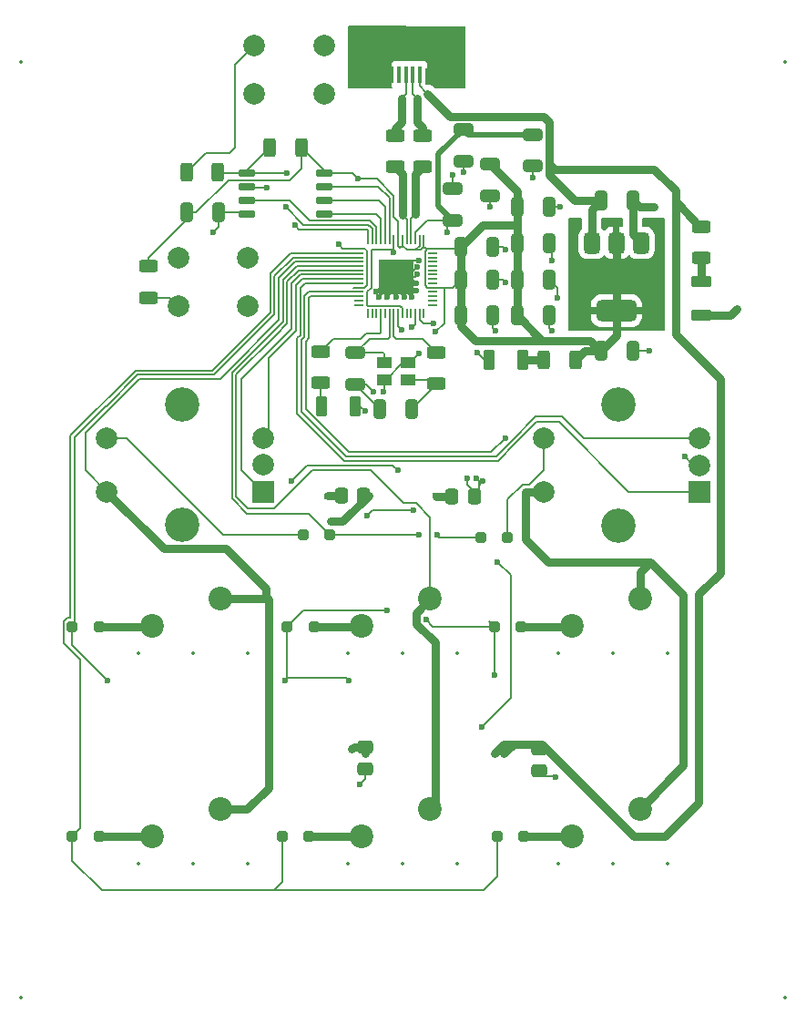
<source format=gbr>
%TF.GenerationSoftware,KiCad,Pcbnew,8.0.5*%
%TF.CreationDate,2025-01-30T00:55:53+01:00*%
%TF.ProjectId,rp2040_pad,72703230-3430-45f7-9061-642e6b696361,rev?*%
%TF.SameCoordinates,Original*%
%TF.FileFunction,Copper,L1,Top*%
%TF.FilePolarity,Positive*%
%FSLAX46Y46*%
G04 Gerber Fmt 4.6, Leading zero omitted, Abs format (unit mm)*
G04 Created by KiCad (PCBNEW 8.0.5) date 2025-01-30 00:55:53*
%MOMM*%
%LPD*%
G01*
G04 APERTURE LIST*
G04 Aperture macros list*
%AMRoundRect*
0 Rectangle with rounded corners*
0 $1 Rounding radius*
0 $2 $3 $4 $5 $6 $7 $8 $9 X,Y pos of 4 corners*
0 Add a 4 corners polygon primitive as box body*
4,1,4,$2,$3,$4,$5,$6,$7,$8,$9,$2,$3,0*
0 Add four circle primitives for the rounded corners*
1,1,$1+$1,$2,$3*
1,1,$1+$1,$4,$5*
1,1,$1+$1,$6,$7*
1,1,$1+$1,$8,$9*
0 Add four rect primitives between the rounded corners*
20,1,$1+$1,$2,$3,$4,$5,0*
20,1,$1+$1,$4,$5,$6,$7,0*
20,1,$1+$1,$6,$7,$8,$9,0*
20,1,$1+$1,$8,$9,$2,$3,0*%
G04 Aperture macros list end*
%TA.AperFunction,SMDPad,CuDef*%
%ADD10RoundRect,0.250000X0.337500X0.475000X-0.337500X0.475000X-0.337500X-0.475000X0.337500X-0.475000X0*%
%TD*%
%TA.AperFunction,SMDPad,CuDef*%
%ADD11RoundRect,0.250000X-0.475000X0.337500X-0.475000X-0.337500X0.475000X-0.337500X0.475000X0.337500X0*%
%TD*%
%TA.AperFunction,ComponentPad*%
%ADD12C,2.200000*%
%TD*%
%TA.AperFunction,ComponentPad*%
%ADD13C,2.000000*%
%TD*%
%TA.AperFunction,SMDPad,CuDef*%
%ADD14RoundRect,0.250000X0.312500X0.625000X-0.312500X0.625000X-0.312500X-0.625000X0.312500X-0.625000X0*%
%TD*%
%TA.AperFunction,SMDPad,CuDef*%
%ADD15RoundRect,0.150000X-0.650000X-0.150000X0.650000X-0.150000X0.650000X0.150000X-0.650000X0.150000X0*%
%TD*%
%TA.AperFunction,SMDPad,CuDef*%
%ADD16RoundRect,0.250000X-0.650000X0.325000X-0.650000X-0.325000X0.650000X-0.325000X0.650000X0.325000X0*%
%TD*%
%TA.AperFunction,SMDPad,CuDef*%
%ADD17RoundRect,0.250000X-0.250000X-0.250000X0.250000X-0.250000X0.250000X0.250000X-0.250000X0.250000X0*%
%TD*%
%TA.AperFunction,SMDPad,CuDef*%
%ADD18RoundRect,0.250000X0.650000X-0.325000X0.650000X0.325000X-0.650000X0.325000X-0.650000X-0.325000X0*%
%TD*%
%TA.AperFunction,SMDPad,CuDef*%
%ADD19R,1.825000X0.700000*%
%TD*%
%TA.AperFunction,SMDPad,CuDef*%
%ADD20R,2.000000X1.500000*%
%TD*%
%TA.AperFunction,SMDPad,CuDef*%
%ADD21R,1.350000X2.000000*%
%TD*%
%TA.AperFunction,ComponentPad*%
%ADD22O,1.350000X1.700000*%
%TD*%
%TA.AperFunction,ComponentPad*%
%ADD23O,1.100000X1.500000*%
%TD*%
%TA.AperFunction,SMDPad,CuDef*%
%ADD24R,1.430000X2.500000*%
%TD*%
%TA.AperFunction,SMDPad,CuDef*%
%ADD25R,0.400000X1.650000*%
%TD*%
%TA.AperFunction,SMDPad,CuDef*%
%ADD26RoundRect,0.250000X-0.275000X-0.700000X0.275000X-0.700000X0.275000X0.700000X-0.275000X0.700000X0*%
%TD*%
%TA.AperFunction,SMDPad,CuDef*%
%ADD27RoundRect,0.250000X0.625000X-0.312500X0.625000X0.312500X-0.625000X0.312500X-0.625000X-0.312500X0*%
%TD*%
%TA.AperFunction,SMDPad,CuDef*%
%ADD28RoundRect,0.250000X-0.325000X-0.650000X0.325000X-0.650000X0.325000X0.650000X-0.325000X0.650000X0*%
%TD*%
%TA.AperFunction,SMDPad,CuDef*%
%ADD29RoundRect,0.250000X-0.625000X0.312500X-0.625000X-0.312500X0.625000X-0.312500X0.625000X0.312500X0*%
%TD*%
%TA.AperFunction,SMDPad,CuDef*%
%ADD30R,1.400000X1.100000*%
%TD*%
%TA.AperFunction,SMDPad,CuDef*%
%ADD31RoundRect,0.250000X-0.312500X-0.625000X0.312500X-0.625000X0.312500X0.625000X-0.312500X0.625000X0*%
%TD*%
%TA.AperFunction,ComponentPad*%
%ADD32R,2.000000X2.000000*%
%TD*%
%TA.AperFunction,ComponentPad*%
%ADD33C,3.200000*%
%TD*%
%TA.AperFunction,HeatsinkPad*%
%ADD34R,3.200000X3.200000*%
%TD*%
%TA.AperFunction,SMDPad,CuDef*%
%ADD35RoundRect,0.050000X-0.050000X-0.387500X0.050000X-0.387500X0.050000X0.387500X-0.050000X0.387500X0*%
%TD*%
%TA.AperFunction,SMDPad,CuDef*%
%ADD36RoundRect,0.050000X-0.387500X-0.050000X0.387500X-0.050000X0.387500X0.050000X-0.387500X0.050000X0*%
%TD*%
%TA.AperFunction,SMDPad,CuDef*%
%ADD37RoundRect,0.375000X-0.375000X0.625000X-0.375000X-0.625000X0.375000X-0.625000X0.375000X0.625000X0*%
%TD*%
%TA.AperFunction,SMDPad,CuDef*%
%ADD38RoundRect,0.500000X-1.400000X0.500000X-1.400000X-0.500000X1.400000X-0.500000X1.400000X0.500000X0*%
%TD*%
%TA.AperFunction,SMDPad,CuDef*%
%ADD39RoundRect,0.250000X0.275000X0.700000X-0.275000X0.700000X-0.275000X-0.700000X0.275000X-0.700000X0*%
%TD*%
%TA.AperFunction,SMDPad,CuDef*%
%ADD40RoundRect,0.250000X0.700000X-0.275000X0.700000X0.275000X-0.700000X0.275000X-0.700000X-0.275000X0*%
%TD*%
%TA.AperFunction,SMDPad,CuDef*%
%ADD41RoundRect,0.250000X0.250000X0.250000X-0.250000X0.250000X-0.250000X-0.250000X0.250000X-0.250000X0*%
%TD*%
%TA.AperFunction,ViaPad*%
%ADD42C,0.600000*%
%TD*%
%TA.AperFunction,Conductor*%
%ADD43C,0.200000*%
%TD*%
%TA.AperFunction,Conductor*%
%ADD44C,0.800000*%
%TD*%
%TA.AperFunction,Conductor*%
%ADD45C,0.500000*%
%TD*%
%ADD46C,0.300000*%
%ADD47C,0.350000*%
%ADD48O,0.700000X1.200000*%
%ADD49O,0.650000X1.050000*%
G04 APERTURE END LIST*
D10*
%TO.P,C20,1*%
%TO.N,VBUS*%
X121362500Y-102800000D03*
%TO.P,C20,2*%
%TO.N,GND*%
X119287500Y-102800000D03*
%TD*%
D11*
%TO.P,C19,1*%
%TO.N,VBUS*%
X137700000Y-126362500D03*
%TO.P,C19,2*%
%TO.N,GND*%
X137700000Y-128437500D03*
%TD*%
%TO.P,C18,1*%
%TO.N,VBUS*%
X121500000Y-126162500D03*
%TO.P,C18,2*%
%TO.N,GND*%
X121500000Y-128237500D03*
%TD*%
D10*
%TO.P,C17,1*%
%TO.N,VBUS*%
X131612500Y-102900000D03*
%TO.P,C17,2*%
%TO.N,GND*%
X129537500Y-102900000D03*
%TD*%
D12*
%TO.P,SW9,1,1*%
%TO.N,COL_C*%
X147040000Y-131920000D03*
%TO.P,SW9,2,2*%
%TO.N,Net-(D8-A)*%
X140690000Y-134460000D03*
%TD*%
%TO.P,SW8,1,1*%
%TO.N,COL_B*%
X127540000Y-131920000D03*
%TO.P,SW8,2,2*%
%TO.N,Net-(D7-A)*%
X121190000Y-134460000D03*
%TD*%
%TO.P,SW7,1,1*%
%TO.N,COL_A*%
X108040000Y-131920000D03*
%TO.P,SW7,2,2*%
%TO.N,Net-(D6-A)*%
X101690000Y-134460000D03*
%TD*%
%TO.P,SW4,1,1*%
%TO.N,COL_A*%
X108040000Y-112420000D03*
%TO.P,SW4,2,2*%
%TO.N,Net-(D1-A)*%
X101690000Y-114960000D03*
%TD*%
%TO.P,SW5,1,1*%
%TO.N,COL_B*%
X127540000Y-112420000D03*
%TO.P,SW5,2,2*%
%TO.N,Net-(D2-A)*%
X121190000Y-114960000D03*
%TD*%
%TO.P,SW6,1,1*%
%TO.N,COL_C*%
X147040000Y-112420000D03*
%TO.P,SW6,2,2*%
%TO.N,Net-(D3-A)*%
X140690000Y-114960000D03*
%TD*%
D13*
%TO.P,RESET,2,2*%
%TO.N,Net-(U1-RUN)*%
X110600000Y-85250000D03*
X104100000Y-85250000D03*
%TO.P,RESET,1,1*%
%TO.N,GND*%
X110600000Y-80750000D03*
X104100000Y-80750000D03*
%TD*%
D14*
%TO.P,R8,2*%
%TO.N,Net-(D14-A)*%
X138100000Y-90250000D03*
%TO.P,R8,1*%
%TO.N,+3V3*%
X141025000Y-90250000D03*
%TD*%
D15*
%TO.P,U4,8,VCC*%
%TO.N,+3V3*%
X117700000Y-72845000D03*
%TO.P,U4,7,IO3*%
%TO.N,QSPI_SD3*%
X117700000Y-74115000D03*
%TO.P,U4,6,CLK*%
%TO.N,QSPI_SCLK*%
X117700000Y-75385000D03*
%TO.P,U4,5,DI(IO0)*%
%TO.N,QSPI_SD0*%
X117700000Y-76655000D03*
%TO.P,U4,4,GND*%
%TO.N,GND*%
X110500000Y-76655000D03*
%TO.P,U4,3,IO2*%
%TO.N,QSPI_SD2*%
X110500000Y-75385000D03*
%TO.P,U4,2,DO(IO1)*%
%TO.N,QSPI_SD1*%
X110500000Y-74115000D03*
%TO.P,U4,1,~{CS}*%
%TO.N,QSPI_SS*%
X110500000Y-72845000D03*
%TD*%
D16*
%TO.P,C7,2*%
%TO.N,GND*%
X137100000Y-72225000D03*
%TO.P,C7,1*%
%TO.N,Net-(U1-VREG_VOUT)*%
X137100000Y-69275000D03*
%TD*%
D17*
%TO.P,D6,1,K*%
%TO.N,ROW_C*%
X94250000Y-134500000D03*
%TO.P,D6,2,A*%
%TO.N,Net-(D6-A)*%
X96750000Y-134500000D03*
%TD*%
D18*
%TO.P,C6,2*%
%TO.N,GND*%
X129600000Y-74275000D03*
%TO.P,C6,1*%
%TO.N,Net-(U1-VREG_VOUT)*%
X129600000Y-77225000D03*
%TD*%
D19*
%TO.P,J1,6,Shield*%
%TO.N,GND*%
X122275000Y-62550000D03*
D20*
X122375000Y-63870000D03*
D21*
X122525000Y-61800000D03*
D22*
X122545000Y-60870000D03*
D23*
X122855000Y-63870000D03*
D24*
X124315000Y-60600000D03*
X126235000Y-60600000D03*
D23*
X127695000Y-63870000D03*
D22*
X128005000Y-60870000D03*
D21*
X128005000Y-61800000D03*
D20*
X128125000Y-63850000D03*
D19*
X128225000Y-62550000D03*
D25*
%TO.P,J1,5,GND*%
X123975000Y-63750000D03*
%TO.P,J1,4,ID*%
%TO.N,unconnected-(J1-ID-Pad4)*%
X124625000Y-63750000D03*
%TO.P,J1,3,D+*%
%TO.N,USB_D+*%
X125275000Y-63750000D03*
%TO.P,J1,2,D-*%
%TO.N,USB_D-*%
X125925000Y-63750000D03*
%TO.P,J1,1,VBUS*%
%TO.N,VBUS*%
X126575000Y-63750000D03*
%TD*%
D26*
%TO.P,D14,2,A*%
%TO.N,Net-(D14-A)*%
X136175000Y-90250000D03*
%TO.P,D14,1,K*%
%TO.N,GND*%
X133025000Y-90250000D03*
%TD*%
D27*
%TO.P,R1,2*%
%TO.N,XOUT*%
X128100000Y-89537500D03*
%TO.P,R1,1*%
%TO.N,Net-(C3-Pad2)*%
X128100000Y-92462500D03*
%TD*%
D28*
%TO.P,C13,2*%
%TO.N,GND*%
X138575000Y-79400000D03*
%TO.P,C13,1*%
%TO.N,+3V3*%
X135625000Y-79400000D03*
%TD*%
D29*
%TO.P,R4,2*%
%TO.N,Net-(U1-USB_DP)*%
X124300000Y-72306250D03*
%TO.P,R4,1*%
%TO.N,USB_D+*%
X124300000Y-69381250D03*
%TD*%
D17*
%TO.P,D7,1,K*%
%TO.N,ROW_C*%
X113750000Y-134500000D03*
%TO.P,D7,2,A*%
%TO.N,Net-(D7-A)*%
X116250000Y-134500000D03*
%TD*%
D13*
%TO.P,USB_BOOT1,2,2*%
%TO.N,Net-(R3-Pad1)*%
X111150000Y-61000000D03*
X117650000Y-61000000D03*
%TO.P,USB_BOOT1,1,1*%
%TO.N,GND*%
X111150000Y-65500000D03*
X117650000Y-65500000D03*
%TD*%
D28*
%TO.P,C9,2*%
%TO.N,GND*%
X133325000Y-82750000D03*
%TO.P,C9,1*%
%TO.N,+3V3*%
X130375000Y-82750000D03*
%TD*%
D16*
%TO.P,C16,2*%
%TO.N,GND*%
X133100000Y-74975000D03*
%TO.P,C16,1*%
%TO.N,+3V3*%
X133100000Y-72025000D03*
%TD*%
D29*
%TO.P,R7,2*%
%TO.N,Net-(D13-A)*%
X117350000Y-92362500D03*
%TO.P,R7,1*%
%TO.N,TEST_LED*%
X117350000Y-89437500D03*
%TD*%
D17*
%TO.P,D5,1,K*%
%TO.N,ROW_A*%
X132225000Y-106725000D03*
%TO.P,D5,2,A*%
%TO.N,Net-(D5-A)*%
X134725000Y-106725000D03*
%TD*%
D29*
%TO.P,R5,2*%
%TO.N,Net-(U1-USB_DM)*%
X126800000Y-72306250D03*
%TO.P,R5,1*%
%TO.N,USB_D-*%
X126800000Y-69381250D03*
%TD*%
D28*
%TO.P,C12,2*%
%TO.N,GND*%
X138575000Y-76000000D03*
%TO.P,C12,1*%
%TO.N,+3V3*%
X135625000Y-76000000D03*
%TD*%
%TO.P,C15,2*%
%TO.N,GND*%
X138575000Y-86100000D03*
%TO.P,C15,1*%
%TO.N,+3V3*%
X135625000Y-86100000D03*
%TD*%
D30*
%TO.P,U3,4,4*%
%TO.N,GND*%
X125450000Y-90450000D03*
%TO.P,U3,3,3*%
%TO.N,Net-(C3-Pad2)*%
X125450000Y-92050000D03*
%TO.P,U3,2,2*%
%TO.N,GND*%
X123250000Y-92050000D03*
%TO.P,U3,1,1*%
%TO.N,XIN*%
X123250000Y-90450000D03*
%TD*%
D31*
%TO.P,R3,2*%
%TO.N,QSPI_SS*%
X107812500Y-72750000D03*
%TO.P,R3,1*%
%TO.N,Net-(R3-Pad1)*%
X104887500Y-72750000D03*
%TD*%
D32*
%TO.P,SW2,A,A*%
%TO.N,ENC_SA2*%
X152550000Y-102500000D03*
D13*
%TO.P,SW2,B,B*%
%TO.N,ENC_SB2*%
X152550000Y-97500000D03*
%TO.P,SW2,C,C*%
%TO.N,GND*%
X152550000Y-100000000D03*
D33*
%TO.P,SW2,MP*%
%TO.N,N/C*%
X145050000Y-105600000D03*
X145050000Y-94400000D03*
D13*
%TO.P,SW2,S1,S1*%
%TO.N,Net-(D5-A)*%
X138050000Y-97500000D03*
%TO.P,SW2,S2,S2*%
%TO.N,COL_C*%
X138050000Y-102500000D03*
%TD*%
D29*
%TO.P,R9,2*%
%TO.N,Net-(D15-A)*%
X152750000Y-80756250D03*
%TO.P,R9,1*%
%TO.N,VBUS*%
X152750000Y-77831250D03*
%TD*%
D14*
%TO.P,R2,2*%
%TO.N,QSPI_SS*%
X112637500Y-70500000D03*
%TO.P,R2,1*%
%TO.N,+3V3*%
X115562500Y-70500000D03*
%TD*%
D28*
%TO.P,C1,2*%
%TO.N,GND*%
X146350000Y-75400000D03*
%TO.P,C1,1*%
%TO.N,VBUS*%
X143400000Y-75400000D03*
%TD*%
D17*
%TO.P,D8,1,K*%
%TO.N,ROW_C*%
X133750000Y-134500000D03*
%TO.P,D8,2,A*%
%TO.N,Net-(D8-A)*%
X136250000Y-134500000D03*
%TD*%
D34*
%TO.P,U1,57,GND*%
%TO.N,GND*%
X124350000Y-82500000D03*
D35*
%TO.P,U1,56,QSPI_SS*%
%TO.N,QSPI_SS*%
X121750000Y-79062500D03*
%TO.P,U1,55,QSPI_SD1*%
%TO.N,QSPI_SD1*%
X122150000Y-79062500D03*
%TO.P,U1,54,QSPI_SD2*%
%TO.N,QSPI_SD2*%
X122550000Y-79062500D03*
%TO.P,U1,53,QSPI_SD0*%
%TO.N,QSPI_SD0*%
X122950000Y-79062500D03*
%TO.P,U1,52,QSPI_SCLK*%
%TO.N,QSPI_SCLK*%
X123350000Y-79062500D03*
%TO.P,U1,51,QSPI_SD3*%
%TO.N,QSPI_SD3*%
X123750000Y-79062500D03*
%TO.P,U1,50,DVDD*%
%TO.N,Net-(U1-VREG_VOUT)*%
X124150000Y-79062500D03*
%TO.P,U1,49,IOVDD*%
%TO.N,+3V3*%
X124550000Y-79062500D03*
%TO.P,U1,48,USB_VDD*%
X124950000Y-79062500D03*
%TO.P,U1,47,USB_DP*%
%TO.N,Net-(U1-USB_DP)*%
X125350000Y-79062500D03*
%TO.P,U1,46,USB_DM*%
%TO.N,Net-(U1-USB_DM)*%
X125750000Y-79062500D03*
%TO.P,U1,45,VREG_VOUT*%
%TO.N,Net-(U1-VREG_VOUT)*%
X126150000Y-79062500D03*
%TO.P,U1,44,VREG_IN*%
%TO.N,+3V3*%
X126550000Y-79062500D03*
%TO.P,U1,43,ADC_AVDD*%
X126950000Y-79062500D03*
D36*
%TO.P,U1,42,IOVDD*%
X127787500Y-79900000D03*
%TO.P,U1,41,GPIO29_ADC3*%
%TO.N,unconnected-(U1-GPIO29_ADC3-Pad41)*%
X127787500Y-80300000D03*
%TO.P,U1,40,GPIO28_ADC2*%
%TO.N,unconnected-(U1-GPIO28_ADC2-Pad40)*%
X127787500Y-80700000D03*
%TO.P,U1,39,GPIO27_ADC1*%
%TO.N,unconnected-(U1-GPIO27_ADC1-Pad39)*%
X127787500Y-81100000D03*
%TO.P,U1,38,GPIO26_ADC0*%
%TO.N,unconnected-(U1-GPIO26_ADC0-Pad38)*%
X127787500Y-81500000D03*
%TO.P,U1,37,GPIO25*%
%TO.N,unconnected-(U1-GPIO25-Pad37)*%
X127787500Y-81900000D03*
%TO.P,U1,36,GPIO24*%
%TO.N,unconnected-(U1-GPIO24-Pad36)*%
X127787500Y-82300000D03*
%TO.P,U1,35,GPIO23*%
%TO.N,unconnected-(U1-GPIO23-Pad35)*%
X127787500Y-82700000D03*
%TO.P,U1,34,GPIO22*%
%TO.N,unconnected-(U1-GPIO22-Pad34)*%
X127787500Y-83100000D03*
%TO.P,U1,33,IOVDD*%
%TO.N,+3V3*%
X127787500Y-83500000D03*
%TO.P,U1,32,GPIO21*%
%TO.N,unconnected-(U1-GPIO21-Pad32)*%
X127787500Y-83900000D03*
%TO.P,U1,31,GPIO20*%
%TO.N,unconnected-(U1-GPIO20-Pad31)*%
X127787500Y-84300000D03*
%TO.P,U1,30,GPIO19*%
%TO.N,unconnected-(U1-GPIO19-Pad30)*%
X127787500Y-84700000D03*
%TO.P,U1,29,GPIO18*%
%TO.N,unconnected-(U1-GPIO18-Pad29)*%
X127787500Y-85100000D03*
D35*
%TO.P,U1,28,GPIO17*%
%TO.N,unconnected-(U1-GPIO17-Pad28)*%
X126950000Y-85937500D03*
%TO.P,U1,27,GPIO16*%
%TO.N,LED*%
X126550000Y-85937500D03*
%TO.P,U1,26,RUN*%
%TO.N,Net-(U1-RUN)*%
X126150000Y-85937500D03*
%TO.P,U1,25,SWD*%
%TO.N,unconnected-(U1-SWD-Pad25)*%
X125750000Y-85937500D03*
%TO.P,U1,24,SWCLK*%
%TO.N,unconnected-(U1-SWCLK-Pad24)*%
X125350000Y-85937500D03*
%TO.P,U1,23,DVDD*%
%TO.N,Net-(U1-VREG_VOUT)*%
X124950000Y-85937500D03*
%TO.P,U1,22,IOVDD*%
%TO.N,+3V3*%
X124550000Y-85937500D03*
%TO.P,U1,21,XOUT*%
%TO.N,XOUT*%
X124150000Y-85937500D03*
%TO.P,U1,20,XIN*%
%TO.N,XIN*%
X123750000Y-85937500D03*
%TO.P,U1,19,TESTEN*%
%TO.N,unconnected-(U1-TESTEN-Pad19)*%
X123350000Y-85937500D03*
%TO.P,U1,18,GPIO15*%
%TO.N,TEST_LED*%
X122950000Y-85937500D03*
%TO.P,U1,17,GPIO14*%
%TO.N,unconnected-(U1-GPIO14-Pad17)*%
X122550000Y-85937500D03*
%TO.P,U1,16,GPIO13*%
%TO.N,unconnected-(U1-GPIO13-Pad16)*%
X122150000Y-85937500D03*
%TO.P,U1,15,GPIO12*%
%TO.N,unconnected-(U1-GPIO12-Pad15)*%
X121750000Y-85937500D03*
D36*
%TO.P,U1,14,GPIO11*%
%TO.N,unconnected-(U1-GPIO11-Pad14)*%
X120912500Y-85100000D03*
%TO.P,U1,13,GPIO10*%
%TO.N,unconnected-(U1-GPIO10-Pad13)*%
X120912500Y-84700000D03*
%TO.P,U1,12,GPIO9*%
%TO.N,COL_C*%
X120912500Y-84300000D03*
%TO.P,U1,11,GPIO8*%
%TO.N,ENC_SB2*%
X120912500Y-83900000D03*
%TO.P,U1,10,IOVDD*%
%TO.N,+3V3*%
X120912500Y-83500000D03*
%TO.P,U1,9,GPIO7*%
%TO.N,ENC_SA2*%
X120912500Y-83100000D03*
%TO.P,U1,8,GPIO6*%
%TO.N,ENC_SB*%
X120912500Y-82700000D03*
%TO.P,U1,7,GPIO5*%
%TO.N,ENC_SA*%
X120912500Y-82300000D03*
%TO.P,U1,6,GPIO4*%
%TO.N,COL_B*%
X120912500Y-81900000D03*
%TO.P,U1,5,GPIO3*%
%TO.N,ROW_A*%
X120912500Y-81500000D03*
%TO.P,U1,4,GPIO2*%
%TO.N,COL_A*%
X120912500Y-81100000D03*
%TO.P,U1,3,GPIO1*%
%TO.N,ROW_B*%
X120912500Y-80700000D03*
%TO.P,U1,2,GPIO0*%
%TO.N,ROW_C*%
X120912500Y-80300000D03*
%TO.P,U1,1,IOVDD*%
%TO.N,+3V3*%
X120912500Y-79900000D03*
%TD*%
D17*
%TO.P,D2,1,K*%
%TO.N,ROW_B*%
X114250000Y-115000000D03*
%TO.P,D2,2,A*%
%TO.N,Net-(D2-A)*%
X116750000Y-115000000D03*
%TD*%
D28*
%TO.P,C11,2*%
%TO.N,GND*%
X133350000Y-79750000D03*
%TO.P,C11,1*%
%TO.N,+3V3*%
X130400000Y-79750000D03*
%TD*%
D29*
%TO.P,R6,2*%
%TO.N,Net-(U1-RUN)*%
X101350000Y-84462500D03*
%TO.P,R6,1*%
%TO.N,+3V3*%
X101350000Y-81537500D03*
%TD*%
D28*
%TO.P,C2,2*%
%TO.N,GND*%
X146350000Y-89400000D03*
%TO.P,C2,1*%
%TO.N,+3V3*%
X143400000Y-89400000D03*
%TD*%
%TO.P,C14,2*%
%TO.N,GND*%
X138575000Y-82750000D03*
%TO.P,C14,1*%
%TO.N,+3V3*%
X135625000Y-82750000D03*
%TD*%
%TO.P,C10,2*%
%TO.N,GND*%
X133325000Y-86100000D03*
%TO.P,C10,1*%
%TO.N,+3V3*%
X130375000Y-86100000D03*
%TD*%
D37*
%TO.P,U2,3,VI*%
%TO.N,VBUS*%
X142550000Y-79350000D03*
D38*
%TO.P,U2,2,VO*%
%TO.N,+3V3*%
X144850000Y-85650000D03*
D37*
X144850000Y-79350000D03*
%TO.P,U2,1,GND*%
%TO.N,GND*%
X147150000Y-79350000D03*
%TD*%
D17*
%TO.P,D3,1,K*%
%TO.N,ROW_B*%
X133500000Y-115000000D03*
%TO.P,D3,2,A*%
%TO.N,Net-(D3-A)*%
X136000000Y-115000000D03*
%TD*%
D28*
%TO.P,C3,2*%
%TO.N,Net-(C3-Pad2)*%
X125825000Y-94750000D03*
%TO.P,C3,1*%
%TO.N,GND*%
X122875000Y-94750000D03*
%TD*%
D39*
%TO.P,D13,2,A*%
%TO.N,Net-(D13-A)*%
X117425000Y-94500000D03*
%TO.P,D13,1,K*%
%TO.N,GND*%
X120575000Y-94500000D03*
%TD*%
D28*
%TO.P,C5,2*%
%TO.N,GND*%
X107850000Y-76500000D03*
%TO.P,C5,1*%
%TO.N,+3V3*%
X104900000Y-76500000D03*
%TD*%
D18*
%TO.P,C4,2*%
%TO.N,XIN*%
X120600000Y-89525000D03*
%TO.P,C4,1*%
%TO.N,GND*%
X120600000Y-92475000D03*
%TD*%
D17*
%TO.P,D1,1,K*%
%TO.N,ROW_B*%
X94250000Y-115000000D03*
%TO.P,D1,2,A*%
%TO.N,Net-(D1-A)*%
X96750000Y-115000000D03*
%TD*%
D40*
%TO.P,D15,2,A*%
%TO.N,Net-(D15-A)*%
X152700000Y-82943750D03*
%TO.P,D15,1,K*%
%TO.N,GND*%
X152700000Y-86093750D03*
%TD*%
D16*
%TO.P,C8,2*%
%TO.N,GND*%
X130600000Y-71725000D03*
%TO.P,C8,1*%
%TO.N,Net-(U1-VREG_VOUT)*%
X130600000Y-68775000D03*
%TD*%
D41*
%TO.P,D4,1,K*%
%TO.N,ROW_A*%
X118225000Y-106475000D03*
%TO.P,D4,2,A*%
%TO.N,Net-(D4-A)*%
X115725000Y-106475000D03*
%TD*%
D32*
%TO.P,SW3,A,A*%
%TO.N,ENC_SA*%
X111975000Y-102475000D03*
D13*
%TO.P,SW3,B,B*%
%TO.N,ENC_SB*%
X111975000Y-97475000D03*
%TO.P,SW3,C,C*%
%TO.N,GND*%
X111975000Y-99975000D03*
D33*
%TO.P,SW3,MP*%
%TO.N,N/C*%
X104475000Y-105575000D03*
X104475000Y-94375000D03*
D13*
%TO.P,SW3,S1,S1*%
%TO.N,Net-(D4-A)*%
X97475000Y-97475000D03*
%TO.P,SW3,S2,S2*%
%TO.N,COL_A*%
X97475000Y-102475000D03*
%TD*%
D42*
%TO.N,GND*%
X156000000Y-85500000D03*
%TO.N,ROW_A*%
X128140000Y-106500000D03*
X126500000Y-106500000D03*
%TO.N,GND*%
X121500000Y-95000000D03*
X122289063Y-93189062D03*
X123150000Y-93200000D03*
X131882255Y-89582427D03*
%TO.N,LED*%
X124500000Y-100500000D03*
%TO.N,Net-(U1-RUN)*%
X125850000Y-87200000D03*
%TO.N,COL_C*%
X134500000Y-97500000D03*
%TO.N,ROW_B*%
X127136397Y-114363603D03*
X123500000Y-113500000D03*
%TO.N,GND*%
X133600000Y-87500000D03*
X133100000Y-76000000D03*
X126350000Y-81600000D03*
X126250000Y-83800000D03*
X148350000Y-76000000D03*
X138850000Y-81000000D03*
X126250000Y-83100000D03*
X125850000Y-84400000D03*
X139350000Y-84500000D03*
X151200000Y-99200000D03*
X128000000Y-102800000D03*
X122501250Y-83895442D03*
X134550000Y-83000000D03*
X123550000Y-84400000D03*
X126450000Y-81000000D03*
X138850000Y-87500000D03*
X147350000Y-76000000D03*
X129600000Y-73000000D03*
X125150000Y-84400000D03*
X126350000Y-82300000D03*
X121000000Y-129700000D03*
X139200000Y-129000000D03*
X117900000Y-102900000D03*
X122750000Y-84400000D03*
X137100000Y-73250000D03*
X107350000Y-78400000D03*
X126450000Y-89600000D03*
X139600000Y-76000000D03*
X134550000Y-79990930D03*
X147900000Y-89400000D03*
X124350000Y-84400000D03*
X130600000Y-72750000D03*
%TO.N,VBUS*%
X131000000Y-101200000D03*
X131800000Y-101200000D03*
X132425000Y-101500000D03*
X133500000Y-126800000D03*
X118300000Y-105200000D03*
X135000000Y-125925000D03*
X121500000Y-126800000D03*
X134400000Y-126800000D03*
X120200000Y-126400000D03*
X136000000Y-125925000D03*
%TO.N,+3V3*%
X148850000Y-79500000D03*
X147350000Y-87000000D03*
X143350000Y-83500000D03*
X140850000Y-80500000D03*
X124850000Y-87400000D03*
X142350000Y-83500000D03*
X141350000Y-83500000D03*
X143350000Y-81500000D03*
X148350000Y-81500000D03*
X146350000Y-83500000D03*
X141350000Y-82500000D03*
X148850000Y-78500000D03*
X148350000Y-84500000D03*
X146350000Y-81500000D03*
X120850000Y-73400000D03*
X140850000Y-78500000D03*
X148350000Y-85500000D03*
X140850000Y-79500000D03*
X144850000Y-81500000D03*
X147350000Y-82500000D03*
X147350000Y-81500000D03*
X142350000Y-87000000D03*
X148350000Y-83500000D03*
X148350000Y-82500000D03*
X144850000Y-83500000D03*
X147350000Y-83500000D03*
X148850000Y-77500000D03*
X141350000Y-84500000D03*
X143350000Y-82500000D03*
X128042821Y-87600000D03*
X141350000Y-86500000D03*
X119000000Y-79500000D03*
X148850000Y-80500000D03*
X148350000Y-86500000D03*
X142350000Y-82500000D03*
X140850000Y-77500000D03*
X141350000Y-85500000D03*
X142350000Y-81500000D03*
X141350000Y-81500000D03*
X146350000Y-82500000D03*
X144850000Y-82500000D03*
%TO.N,Net-(U1-VREG_VOUT)*%
X129150000Y-78400000D03*
X124150000Y-80200000D03*
%TO.N,ROW_B*%
X120000000Y-120000000D03*
X133500000Y-119500000D03*
X114000000Y-120000000D03*
X97500000Y-120000000D03*
%TO.N,LED*%
X127882586Y-86816209D03*
X114600000Y-101500000D03*
%TO.N,Net-(D10-DIN)*%
X126000000Y-104150000D03*
X121650000Y-104700000D03*
%TO.N,Net-(D10-DOUT)*%
X133800000Y-109000000D03*
X132300000Y-124300000D03*
%TO.N,QSPI_SS*%
X114950000Y-77700000D03*
X114250000Y-72900000D03*
%TO.N,QSPI_SD1*%
X114100000Y-76000000D03*
X112350000Y-74250000D03*
%TD*%
D43*
%TO.N,+3V3*%
X119400000Y-79900000D02*
X120912500Y-79900000D01*
X119000000Y-79500000D02*
X119400000Y-79900000D01*
%TO.N,ENC_SB*%
X112500000Y-96950000D02*
X111975000Y-97475000D01*
X115050000Y-83262744D02*
X115050000Y-87493811D01*
X115612744Y-82700000D02*
X115050000Y-83262744D01*
X115050000Y-87493811D02*
X112500000Y-90043811D01*
X118350000Y-82700000D02*
X115612744Y-82700000D01*
X112500000Y-90043811D02*
X112500000Y-96950000D01*
%TO.N,ENC_SA*%
X110000000Y-100500000D02*
X111975000Y-102475000D01*
X114650000Y-83097058D02*
X114650000Y-87328125D01*
X115447058Y-82300000D02*
X114650000Y-83097058D01*
X114650000Y-87328125D02*
X110000000Y-91978125D01*
X110000000Y-91978125D02*
X110000000Y-100500000D01*
X115850000Y-82300000D02*
X115447058Y-82300000D01*
%TO.N,COL_A*%
X95500000Y-100500000D02*
X97475000Y-102475000D01*
X95500000Y-97000000D02*
X95500000Y-100500000D01*
X100500000Y-92000000D02*
X95500000Y-97000000D01*
X108700000Y-91300000D02*
X108000000Y-92000000D01*
X108700000Y-91278124D02*
X108700000Y-91300000D01*
X113450000Y-86528124D02*
X108700000Y-91278124D01*
X113450000Y-82600000D02*
X113450000Y-86528124D01*
X108000000Y-92000000D02*
X100500000Y-92000000D01*
X114950000Y-81100000D02*
X113450000Y-82600000D01*
X120912500Y-81100000D02*
X114950000Y-81100000D01*
D44*
X102775000Y-107775000D02*
X97475000Y-102475000D01*
X112250000Y-111500000D02*
X108525000Y-107775000D01*
X112250000Y-112250000D02*
X112250000Y-111500000D01*
X108525000Y-107775000D02*
X102775000Y-107775000D01*
%TO.N,GND*%
X155406250Y-86093750D02*
X156000000Y-85500000D01*
X152700000Y-86093750D02*
X155406250Y-86093750D01*
%TO.N,VBUS*%
X152175000Y-77325000D02*
X150350000Y-75500000D01*
X150350000Y-75500000D02*
X150350000Y-87877207D01*
X150350000Y-74500000D02*
X150350000Y-75500000D01*
X121500000Y-126162500D02*
X121500000Y-126800000D01*
X120437500Y-126162500D02*
X120200000Y-126400000D01*
X121500000Y-126162500D02*
X120437500Y-126162500D01*
D43*
%TO.N,ROW_A*%
X128365000Y-106725000D02*
X132225000Y-106725000D01*
X126475000Y-106475000D02*
X126500000Y-106500000D01*
X128140000Y-106500000D02*
X128365000Y-106725000D01*
X118225000Y-106475000D02*
X126475000Y-106475000D01*
D44*
%TO.N,VBUS*%
X146500000Y-134500000D02*
X137925000Y-125925000D01*
X149329949Y-134500000D02*
X146500000Y-134500000D01*
X152500000Y-131329949D02*
X149329949Y-134500000D01*
X152500000Y-112000000D02*
X152500000Y-131329949D01*
X154500000Y-110000000D02*
X152500000Y-112000000D01*
X154500000Y-92027207D02*
X154500000Y-110000000D01*
X148350000Y-72500000D02*
X150350000Y-74500000D01*
X139100000Y-72500000D02*
X148350000Y-72500000D01*
X138600000Y-72000000D02*
X139100000Y-72500000D01*
X137925000Y-125925000D02*
X137700000Y-125925000D01*
X150350000Y-87877207D02*
X154500000Y-92027207D01*
D43*
%TO.N,ROW_C*%
X95000000Y-133750000D02*
X94250000Y-134500000D01*
X93450000Y-116515686D02*
X95000000Y-118065686D01*
X93765256Y-114200000D02*
X93450000Y-114515256D01*
X93450000Y-114515256D02*
X93450000Y-116515686D01*
X94100000Y-114200000D02*
X93765256Y-114200000D01*
X100168628Y-91200000D02*
X94100000Y-97268628D01*
X107278125Y-91200000D02*
X100168628Y-91200000D01*
X114550000Y-80300000D02*
X112650000Y-82200000D01*
X120912500Y-80300000D02*
X114550000Y-80300000D01*
X112650000Y-82200000D02*
X112650000Y-85828125D01*
X95000000Y-118065686D02*
X95000000Y-133750000D01*
X94100000Y-97268628D02*
X94100000Y-114200000D01*
X112650000Y-85828125D02*
X107278125Y-91200000D01*
%TO.N,ROW_B*%
X94500000Y-97434314D02*
X94500000Y-114750000D01*
X97467157Y-94467157D02*
X94500000Y-97434314D01*
X94500000Y-114750000D02*
X94250000Y-115000000D01*
X100334314Y-91600000D02*
X97434314Y-94500000D01*
X107443812Y-91600000D02*
X100334314Y-91600000D01*
X111521906Y-87521906D02*
X107443812Y-91600000D01*
X113050000Y-85993811D02*
X111521906Y-87521906D01*
%TO.N,ROW_A*%
X116250000Y-104500000D02*
X118225000Y-106475000D01*
X109100000Y-103100000D02*
X110500000Y-104500000D01*
X109100000Y-91443811D02*
X109100000Y-103100000D01*
X110500000Y-104500000D02*
X116250000Y-104500000D01*
X113850000Y-82765686D02*
X113850000Y-86693810D01*
X113850000Y-86693810D02*
X112215685Y-88328125D01*
X112215685Y-88328125D02*
X109100000Y-91443811D01*
X115115686Y-81500000D02*
X113850000Y-82765686D01*
X120912500Y-81500000D02*
X115115686Y-81500000D01*
%TO.N,COL_B*%
X126248529Y-103550000D02*
X127540000Y-104841471D01*
X125050000Y-103550000D02*
X126248529Y-103550000D01*
X122000000Y-100500000D02*
X125050000Y-103550000D01*
X113050000Y-104000000D02*
X116550000Y-100500000D01*
X109500000Y-102934314D02*
X110565686Y-104000000D01*
X127540000Y-104841471D02*
X127540000Y-112420000D01*
X109500000Y-91609497D02*
X109500000Y-102934314D01*
X116550000Y-100500000D02*
X122000000Y-100500000D01*
X114250000Y-86859496D02*
X113215686Y-87893811D01*
X114250000Y-82931372D02*
X114250000Y-86859496D01*
X110565686Y-104000000D02*
X113050000Y-104000000D01*
X115281372Y-81900000D02*
X114250000Y-82931372D01*
X120912500Y-81900000D02*
X115281372Y-81900000D01*
X113215686Y-87893811D02*
X109500000Y-91609497D01*
%TO.N,ENC_SA2*%
X115450000Y-87896755D02*
X115450000Y-83528125D01*
X115171905Y-88174850D02*
X115450000Y-87896755D01*
X115171905Y-95237591D02*
X115171905Y-88174850D01*
X135500000Y-97888604D02*
X135500000Y-97914215D01*
X137388604Y-96000000D02*
X135500000Y-97888604D01*
X135500000Y-97914215D02*
X133814215Y-99600000D01*
X115450000Y-83528125D02*
X115878125Y-83100000D01*
X133814215Y-99600000D02*
X119534314Y-99600000D01*
X139500000Y-96000000D02*
X137388604Y-96000000D01*
X146000000Y-102500000D02*
X139500000Y-96000000D01*
X115878125Y-83100000D02*
X120912500Y-83100000D01*
X152550000Y-102500000D02*
X146000000Y-102500000D01*
X119534314Y-99600000D02*
X115171905Y-95237591D01*
%TO.N,ENC_SB2*%
X141782843Y-97500000D02*
X152550000Y-97500000D01*
X139782843Y-95500000D02*
X141782843Y-97500000D01*
X135100000Y-97722918D02*
X137322918Y-95500000D01*
X135100000Y-97748529D02*
X135100000Y-97722918D01*
X133648529Y-99200000D02*
X135100000Y-97748529D01*
X115571905Y-95071905D02*
X119700000Y-99200000D01*
X115850000Y-88062440D02*
X115571905Y-88340535D01*
X137322918Y-95500000D02*
X139782843Y-95500000D01*
X115571905Y-88340535D02*
X115571905Y-95071905D01*
X115850000Y-84328125D02*
X115850000Y-88062440D01*
X119700000Y-99200000D02*
X133648529Y-99200000D01*
X116278125Y-83900000D02*
X115850000Y-84328125D01*
X120912500Y-83900000D02*
X116278125Y-83900000D01*
%TO.N,COL_C*%
X115989062Y-94823806D02*
X115989062Y-88489062D01*
X133200000Y-98800000D02*
X119965256Y-98800000D01*
X134500000Y-97500000D02*
X133200000Y-98800000D01*
X119965256Y-98800000D02*
X115989062Y-94823806D01*
X116250000Y-88228125D02*
X115989062Y-88489062D01*
%TO.N,GND*%
X121000000Y-94500000D02*
X121500000Y-95000000D01*
X120575000Y-94500000D02*
X121000000Y-94500000D01*
%TO.N,COL_C*%
X116443811Y-84300000D02*
X116250000Y-84493811D01*
X116250000Y-84493811D02*
X116250000Y-88228125D01*
X120912500Y-84300000D02*
X116443811Y-84300000D01*
%TO.N,GND*%
X122289063Y-93189063D02*
X122350000Y-93250000D01*
X122289063Y-93189062D02*
X122289063Y-93189063D01*
X122289062Y-93189062D02*
X122289063Y-93189062D01*
%TO.N,ROW_B*%
X113050000Y-82434314D02*
X113050000Y-85993811D01*
X114784314Y-80700000D02*
X113050000Y-82434314D01*
%TO.N,GND*%
X132549828Y-90250000D02*
X131882255Y-89582427D01*
X133025000Y-90250000D02*
X132549828Y-90250000D01*
D44*
%TO.N,Net-(D14-A)*%
X138100000Y-90250000D02*
X136175000Y-90250000D01*
%TO.N,+3V3*%
X141875000Y-89400000D02*
X141025000Y-90250000D01*
X143400000Y-89400000D02*
X141875000Y-89400000D01*
D43*
%TO.N,LED*%
X116100000Y-100000000D02*
X114600000Y-101500000D01*
X124000000Y-100000000D02*
X116100000Y-100000000D01*
X124500000Y-100500000D02*
X124000000Y-100000000D01*
%TO.N,Net-(U1-RUN)*%
X126150000Y-86900000D02*
X126150000Y-85937500D01*
X125850000Y-87200000D02*
X126150000Y-86900000D01*
X103312500Y-84462500D02*
X104100000Y-85250000D01*
X101350000Y-84462500D02*
X103312500Y-84462500D01*
%TO.N,+3V3*%
X104900000Y-77218750D02*
X104900000Y-76500000D01*
X101350000Y-80768750D02*
X104900000Y-77218750D01*
X101350000Y-81537500D02*
X101350000Y-80768750D01*
X124550000Y-87100000D02*
X124550000Y-85937500D01*
X124850000Y-87400000D02*
X124550000Y-87100000D01*
%TO.N,Net-(D5-A)*%
X138050000Y-100450000D02*
X138050000Y-97500000D01*
X134725000Y-103185051D02*
X136110051Y-101800000D01*
X136110051Y-101800000D02*
X136700000Y-101800000D01*
X136700000Y-101800000D02*
X138050000Y-100450000D01*
X134725000Y-106725000D02*
X134725000Y-103185051D01*
%TO.N,Net-(R3-Pad1)*%
X108850000Y-71000000D02*
X109350000Y-70500000D01*
X106637500Y-71000000D02*
X108850000Y-71000000D01*
X109350000Y-62800000D02*
X111150000Y-61000000D01*
X104887500Y-72750000D02*
X106637500Y-71000000D01*
X109350000Y-70500000D02*
X109350000Y-62800000D01*
%TO.N,ROW_B*%
X123500000Y-113500000D02*
X115750000Y-113500000D01*
X115750000Y-113500000D02*
X114250000Y-115000000D01*
%TO.N,Net-(U1-VREG_VOUT)*%
X127289320Y-77225000D02*
X129600000Y-77225000D01*
X126150000Y-79062500D02*
X126150000Y-78364320D01*
X126150000Y-78364320D02*
X127289320Y-77225000D01*
D45*
X128250000Y-75875000D02*
X129600000Y-77225000D01*
X130600000Y-68775000D02*
X128250000Y-71125000D01*
X128250000Y-71125000D02*
X128250000Y-75875000D01*
X131100000Y-69275000D02*
X130600000Y-68775000D01*
X137100000Y-69275000D02*
X131100000Y-69275000D01*
D43*
%TO.N,ROW_B*%
X120912500Y-80700000D02*
X114784314Y-80700000D01*
D44*
%TO.N,COL_A*%
X112500000Y-112500000D02*
X112250000Y-112250000D01*
X112500000Y-130000000D02*
X112500000Y-112500000D01*
X110420000Y-131920000D02*
X110500000Y-132000000D01*
X108040000Y-131920000D02*
X110420000Y-131920000D01*
X110500000Y-132000000D02*
X112500000Y-130000000D01*
%TO.N,COL_B*%
X126236397Y-114736397D02*
X126236397Y-113723603D01*
X128000000Y-116500000D02*
X126236397Y-114736397D01*
X126236397Y-113723603D02*
X127540000Y-112420000D01*
X128000000Y-131460000D02*
X128000000Y-116500000D01*
X127540000Y-131920000D02*
X128000000Y-131460000D01*
D43*
%TO.N,ENC_SB*%
X115612745Y-82700000D02*
X118350000Y-82700000D01*
X118350000Y-82700000D02*
X120912500Y-82700000D01*
%TO.N,ENC_SA*%
X115447059Y-82300000D02*
X115850000Y-82300000D01*
X115850000Y-82300000D02*
X120912500Y-82300000D01*
%TO.N,Net-(D4-A)*%
X108268503Y-106475000D02*
X115725000Y-106475000D01*
X99268503Y-97475000D02*
X108268503Y-106475000D01*
X97475000Y-97475000D02*
X99268503Y-97475000D01*
%TO.N,ROW_B*%
X127772794Y-115000000D02*
X127136397Y-114363603D01*
X133500000Y-115000000D02*
X127772794Y-115000000D01*
%TO.N,GND*%
X120600000Y-92475000D02*
X121575000Y-92475000D01*
X124350000Y-82800000D02*
X122750000Y-84400000D01*
X152000000Y-100000000D02*
X151200000Y-99200000D01*
D44*
X118850000Y-102800000D02*
X118000000Y-102800000D01*
D43*
X138575000Y-86100000D02*
X138575000Y-87225000D01*
X133100000Y-74975000D02*
X133100000Y-76000000D01*
X129600000Y-74275000D02*
X129600000Y-73000000D01*
X130600000Y-71725000D02*
X130600000Y-72750000D01*
D44*
X147350000Y-76000000D02*
X146950000Y-76000000D01*
D43*
X124350000Y-82500000D02*
X124350000Y-84400000D01*
X107850000Y-76500000D02*
X107850000Y-77900000D01*
X139350000Y-84500000D02*
X139350000Y-83525000D01*
X134300000Y-82750000D02*
X134550000Y-83000000D01*
X128100000Y-102900000D02*
X128000000Y-102800000D01*
D44*
X126235000Y-60600000D02*
X127735000Y-60600000D01*
D43*
X107850000Y-77900000D02*
X107350000Y-78400000D01*
X121575000Y-92475000D02*
X122289062Y-93189062D01*
X123400000Y-92050000D02*
X125000000Y-90450000D01*
X125450000Y-90450000D02*
X126087500Y-90450000D01*
X118000000Y-102800000D02*
X117900000Y-102900000D01*
X122495000Y-63750000D02*
X122375000Y-63870000D01*
X134309070Y-79750000D02*
X134550000Y-79990930D01*
D44*
X146350000Y-78550000D02*
X147150000Y-79350000D01*
X147350000Y-76000000D02*
X148350000Y-76000000D01*
D43*
X124350000Y-82500000D02*
X124350000Y-82800000D01*
X123896692Y-82500000D02*
X122501250Y-83895442D01*
D44*
X129100000Y-102900000D02*
X128100000Y-102900000D01*
D43*
X125650000Y-82500000D02*
X126250000Y-83100000D01*
X139350000Y-83525000D02*
X138575000Y-82750000D01*
D44*
X126235000Y-60600000D02*
X127100000Y-60600000D01*
D43*
X137100000Y-72225000D02*
X137100000Y-73250000D01*
X124350000Y-82500000D02*
X125650000Y-82500000D01*
D44*
X146950000Y-76000000D02*
X146350000Y-75400000D01*
D43*
X121500000Y-128675000D02*
X121500000Y-129200000D01*
X137700000Y-128875000D02*
X139075000Y-128875000D01*
X125450000Y-82500000D02*
X126350000Y-81600000D01*
X124350000Y-83600000D02*
X125150000Y-84400000D01*
X125600000Y-90450000D02*
X126450000Y-89600000D01*
X125450000Y-90450000D02*
X125600000Y-90450000D01*
X139075000Y-128875000D02*
X139200000Y-129000000D01*
X124350000Y-82500000D02*
X124350000Y-82900000D01*
X125850000Y-81000000D02*
X124350000Y-82500000D01*
X121500000Y-129200000D02*
X121000000Y-129700000D01*
X133325000Y-86100000D02*
X133325000Y-87225000D01*
X123250000Y-93100000D02*
X123150000Y-93200000D01*
X122875000Y-94750000D02*
X120600000Y-92475000D01*
X138850000Y-79675000D02*
X138575000Y-79400000D01*
X133325000Y-79775000D02*
X133350000Y-79750000D01*
X125000000Y-90450000D02*
X125450000Y-90450000D01*
X124350000Y-82900000D02*
X125850000Y-84400000D01*
X125650000Y-83800000D02*
X126250000Y-83800000D01*
X138575000Y-87225000D02*
X138850000Y-87500000D01*
D44*
X146350000Y-75400000D02*
X146350000Y-78550000D01*
D43*
X126150000Y-82500000D02*
X126350000Y-82300000D01*
X124350000Y-82500000D02*
X123896692Y-82500000D01*
X123125000Y-92050000D02*
X123250000Y-92050000D01*
X124350000Y-82500000D02*
X126150000Y-82500000D01*
X138575000Y-76000000D02*
X139600000Y-76000000D01*
X111975000Y-99975000D02*
X112425000Y-99975000D01*
X133325000Y-82750000D02*
X134300000Y-82750000D01*
X152550000Y-100000000D02*
X152000000Y-100000000D01*
D44*
X124315000Y-60600000D02*
X122815000Y-60600000D01*
D43*
X138850000Y-81000000D02*
X138850000Y-79675000D01*
X123250000Y-92050000D02*
X123250000Y-93100000D01*
X126450000Y-81000000D02*
X125850000Y-81000000D01*
X107850000Y-76500000D02*
X110345000Y-76500000D01*
X124350000Y-82500000D02*
X125450000Y-82500000D01*
X110345000Y-76500000D02*
X110500000Y-76655000D01*
D44*
X122815000Y-60600000D02*
X122545000Y-60870000D01*
D43*
X124350000Y-82500000D02*
X124350000Y-83600000D01*
X133350000Y-79750000D02*
X134309070Y-79750000D01*
X123250000Y-92050000D02*
X123400000Y-92050000D01*
X124350000Y-82500000D02*
X125650000Y-83800000D01*
X146350000Y-89400000D02*
X147900000Y-89400000D01*
X123975000Y-63750000D02*
X122495000Y-63750000D01*
X124350000Y-83600000D02*
X123550000Y-84400000D01*
D44*
X127735000Y-60600000D02*
X128005000Y-60870000D01*
D43*
X133325000Y-87225000D02*
X133600000Y-87500000D01*
D44*
%TO.N,VBUS*%
X142200000Y-79700000D02*
X142550000Y-79350000D01*
D43*
X132050000Y-101450000D02*
X131800000Y-101200000D01*
X132050000Y-102900000D02*
X131000000Y-101850000D01*
D44*
X138600000Y-68150000D02*
X138050000Y-67600000D01*
X142550000Y-79350000D02*
X142550000Y-76250000D01*
X138600000Y-73050000D02*
X138600000Y-72000000D01*
D43*
X127100000Y-65300000D02*
X127150000Y-65300000D01*
D44*
X138600000Y-72000000D02*
X138600000Y-68150000D01*
X134375000Y-125925000D02*
X133500000Y-126800000D01*
X129050000Y-67300000D02*
X127250000Y-65500000D01*
X121800000Y-102800000D02*
X119400000Y-105200000D01*
D43*
X126575000Y-64775000D02*
X127100000Y-65300000D01*
D44*
X135275000Y-125925000D02*
X134400000Y-126800000D01*
X136000000Y-125925000D02*
X135275000Y-125925000D01*
D43*
X132050000Y-101875000D02*
X132050000Y-102900000D01*
D44*
X142550000Y-76250000D02*
X143400000Y-75400000D01*
D43*
X121500000Y-125725000D02*
X120875000Y-125725000D01*
D44*
X135000000Y-125925000D02*
X134375000Y-125925000D01*
X137700000Y-125925000D02*
X136000000Y-125925000D01*
D43*
X131000000Y-101850000D02*
X131000000Y-101200000D01*
D44*
X140950000Y-75400000D02*
X138600000Y-73050000D01*
X119400000Y-105200000D02*
X118300000Y-105200000D01*
X138050000Y-67600000D02*
X129350000Y-67600000D01*
D43*
X132425000Y-101500000D02*
X132050000Y-101875000D01*
X137700000Y-125925000D02*
X135000000Y-125925000D01*
D44*
X129050000Y-67300000D02*
X129350000Y-67600000D01*
X143400000Y-75400000D02*
X140950000Y-75400000D01*
D43*
X132050000Y-102900000D02*
X132050000Y-101450000D01*
X126575000Y-63750000D02*
X126575000Y-64775000D01*
%TO.N,+3V3*%
X104900000Y-76500000D02*
X105784744Y-76500000D01*
D44*
X130400000Y-84500000D02*
X130400000Y-87050000D01*
X135625000Y-76000000D02*
X135625000Y-77700000D01*
D43*
X126146360Y-80000000D02*
X126650000Y-80000000D01*
X124150000Y-74984314D02*
X122565686Y-73400000D01*
X105784744Y-76500000D02*
X108784744Y-73500000D01*
X121446360Y-83500000D02*
X120912500Y-83500000D01*
D44*
X144850000Y-82500000D02*
X144850000Y-83500000D01*
D43*
X127787500Y-79900000D02*
X127253640Y-79900000D01*
X120912500Y-79900000D02*
X121446360Y-79900000D01*
D44*
X135625000Y-77700000D02*
X135625000Y-86100000D01*
X144850000Y-87950000D02*
X143400000Y-89400000D01*
D43*
X130250000Y-79900000D02*
X130400000Y-79750000D01*
X129625000Y-83500000D02*
X130375000Y-82750000D01*
X115562500Y-72436029D02*
X115562500Y-70500000D01*
X128850000Y-83500000D02*
X129625000Y-83500000D01*
D44*
X144850000Y-83500000D02*
X144850000Y-85650000D01*
X130400000Y-87050000D02*
X131750000Y-88400000D01*
D43*
X122565686Y-73400000D02*
X120850000Y-73400000D01*
D44*
X130400000Y-86075000D02*
X130375000Y-86100000D01*
D43*
X127787500Y-79900000D02*
X127150000Y-79900000D01*
X126650000Y-80000000D02*
X126950000Y-79700000D01*
X117700000Y-72845000D02*
X120295000Y-72845000D01*
D44*
X135625000Y-77700000D02*
X132450000Y-77700000D01*
D43*
X124550000Y-79062500D02*
X124550000Y-77333699D01*
X128850000Y-86792821D02*
X128042821Y-87600000D01*
D44*
X133100000Y-72025000D02*
X135625000Y-74550000D01*
D43*
X120295000Y-72845000D02*
X120850000Y-73400000D01*
X125353640Y-80000000D02*
X126146360Y-80000000D01*
X126146360Y-80000000D02*
X126550000Y-79596360D01*
X124150000Y-76933699D02*
X124150000Y-74984314D01*
D44*
X144850000Y-85650000D02*
X144850000Y-87950000D01*
D43*
X127787500Y-79900000D02*
X130250000Y-79900000D01*
X127253640Y-83500000D02*
X127787500Y-83500000D01*
D44*
X135625000Y-74550000D02*
X135625000Y-76000000D01*
X142400000Y-88400000D02*
X143400000Y-89400000D01*
X130400000Y-79750000D02*
X130400000Y-84500000D01*
D43*
X127050000Y-83296360D02*
X127253640Y-83500000D01*
X124550000Y-77333699D02*
X124150000Y-76933699D01*
D44*
X130400000Y-84500000D02*
X130400000Y-86075000D01*
D43*
X127787500Y-83500000D02*
X128850000Y-83500000D01*
X121548180Y-80001820D02*
X121650000Y-80103640D01*
X124950000Y-79062500D02*
X124950000Y-79596360D01*
X121446360Y-79900000D02*
X121548180Y-80001820D01*
D44*
X132450000Y-77700000D02*
X130400000Y-79750000D01*
D43*
X120378640Y-83500000D02*
X120912500Y-83500000D01*
X127150000Y-79900000D02*
X126950000Y-79700000D01*
D44*
X131750000Y-88400000D02*
X137925000Y-88400000D01*
X144850000Y-81500000D02*
X144850000Y-82500000D01*
X144850000Y-79350000D02*
X144850000Y-81500000D01*
D43*
X117700000Y-72637500D02*
X117700000Y-72845000D01*
X127050000Y-80103640D02*
X127050000Y-83296360D01*
X124950000Y-79596360D02*
X125353640Y-80000000D01*
D44*
X135625000Y-86100000D02*
X137925000Y-88400000D01*
D43*
X126550000Y-79596360D02*
X126550000Y-79062500D01*
D44*
X137925000Y-88400000D02*
X142400000Y-88400000D01*
D43*
X121650000Y-80103640D02*
X121650000Y-83296360D01*
X127253640Y-79900000D02*
X127050000Y-80103640D01*
X128850000Y-83500000D02*
X128850000Y-86792821D01*
X126950000Y-79700000D02*
X126950000Y-79062500D01*
X115562500Y-70500000D02*
X117700000Y-72637500D01*
X114498529Y-73500000D02*
X115562500Y-72436029D01*
X108784744Y-73500000D02*
X114498529Y-73500000D01*
X121650000Y-83296360D02*
X121446360Y-83500000D01*
%TO.N,Net-(C3-Pad2)*%
X127687500Y-92050000D02*
X128100000Y-92462500D01*
X125450000Y-92050000D02*
X127687500Y-92050000D01*
X125825000Y-94750000D02*
X128100000Y-92475000D01*
X128100000Y-92475000D02*
X128100000Y-92462500D01*
%TO.N,XIN*%
X123600000Y-88250000D02*
X123750000Y-88100000D01*
X121875000Y-88250000D02*
X123600000Y-88250000D01*
X123125000Y-89525000D02*
X120600000Y-89525000D01*
X123250000Y-90450000D02*
X123250000Y-89650000D01*
X123750000Y-88100000D02*
X123750000Y-85937500D01*
X120600000Y-89525000D02*
X121875000Y-88250000D01*
X123250000Y-89650000D02*
X123125000Y-89525000D01*
%TO.N,Net-(U1-VREG_VOUT)*%
X121750000Y-85200000D02*
X121650000Y-85100000D01*
X124950000Y-85403640D02*
X124746360Y-85200000D01*
X121650000Y-83900000D02*
X122050000Y-83500000D01*
X129150000Y-77675000D02*
X129600000Y-77225000D01*
X122050000Y-80000000D02*
X123950000Y-80000000D01*
X123950000Y-80000000D02*
X124150000Y-80200000D01*
X124746360Y-85200000D02*
X121750000Y-85200000D01*
X124150000Y-80200000D02*
X124150000Y-79062500D01*
X124950000Y-85937500D02*
X124950000Y-85403640D01*
X122050000Y-83500000D02*
X122050000Y-80000000D01*
X129150000Y-78400000D02*
X129150000Y-77675000D01*
X121650000Y-85100000D02*
X121650000Y-83900000D01*
%TO.N,ROW_B*%
X114250000Y-119750000D02*
X114250000Y-115000000D01*
X133500000Y-119500000D02*
X133500000Y-115000000D01*
X94250000Y-116750000D02*
X97500000Y-120000000D01*
X114000000Y-120000000D02*
X114250000Y-119750000D01*
X114250000Y-119750000D02*
X119750000Y-119750000D01*
X119750000Y-119750000D02*
X120000000Y-120000000D01*
X94250000Y-115000000D02*
X94250000Y-116750000D01*
X133025000Y-114525000D02*
X133500000Y-115000000D01*
D44*
%TO.N,Net-(D1-A)*%
X101690000Y-114960000D02*
X101650000Y-115000000D01*
X101650000Y-115000000D02*
X96750000Y-115000000D01*
%TO.N,Net-(D2-A)*%
X121150000Y-115000000D02*
X121190000Y-114960000D01*
X116750000Y-115000000D02*
X121150000Y-115000000D01*
%TO.N,Net-(D3-A)*%
X136000000Y-115000000D02*
X140650000Y-115000000D01*
X140650000Y-115000000D02*
X140690000Y-114960000D01*
D43*
%TO.N,ROW_A*%
X118250000Y-106500000D02*
X118225000Y-106475000D01*
D44*
%TO.N,Net-(D6-A)*%
X96750000Y-134500000D02*
X101650000Y-134500000D01*
X101650000Y-134500000D02*
X101690000Y-134460000D01*
D43*
%TO.N,ROW_C*%
X132500000Y-139500000D02*
X133750000Y-138250000D01*
X113750000Y-138750000D02*
X113750000Y-134500000D01*
X113000000Y-139500000D02*
X113750000Y-138750000D01*
X97000000Y-139500000D02*
X113000000Y-139500000D01*
X133750000Y-138250000D02*
X133750000Y-134500000D01*
X113000000Y-139500000D02*
X132500000Y-139500000D01*
X94250000Y-134500000D02*
X94250000Y-136750000D01*
X94250000Y-136750000D02*
X97000000Y-139500000D01*
D44*
%TO.N,Net-(D7-A)*%
X121150000Y-134500000D02*
X121190000Y-134460000D01*
X116250000Y-134500000D02*
X121150000Y-134500000D01*
D43*
%TO.N,Net-(D8-A)*%
X140690000Y-134460000D02*
X139740000Y-134460000D01*
D44*
X136250000Y-134500000D02*
X140650000Y-134500000D01*
X140650000Y-134500000D02*
X140690000Y-134460000D01*
D43*
%TO.N,LED*%
X127882586Y-86816209D02*
X126894849Y-86816209D01*
X126894849Y-86816209D02*
X126550000Y-86471360D01*
X126550000Y-86471360D02*
X126550000Y-85937500D01*
%TO.N,Net-(D10-DIN)*%
X126000000Y-104150000D02*
X122200000Y-104150000D01*
X122200000Y-104150000D02*
X121650000Y-104700000D01*
%TO.N,Net-(D10-DOUT)*%
X135000000Y-110200000D02*
X133800000Y-109000000D01*
X132300000Y-124300000D02*
X135000000Y-121600000D01*
X135000000Y-121600000D02*
X135000000Y-110200000D01*
D44*
%TO.N,USB_D-*%
X126350000Y-65943750D02*
X126350000Y-68143750D01*
D43*
X125925000Y-63750000D02*
X125925000Y-65518750D01*
D44*
X126350000Y-68143750D02*
X126800000Y-68593750D01*
X126800000Y-68593750D02*
X126800000Y-69381250D01*
D43*
X125925000Y-65518750D02*
X126350000Y-65943750D01*
D44*
%TO.N,USB_D+*%
X124300000Y-68693750D02*
X124300000Y-69381250D01*
X124850000Y-68143750D02*
X124850000Y-65943750D01*
D43*
X125275000Y-65518750D02*
X124850000Y-65943750D01*
X125275000Y-63750000D02*
X125275000Y-65518750D01*
X124382500Y-69381250D02*
X124300000Y-69381250D01*
D44*
X124850000Y-68143750D02*
X124300000Y-68693750D01*
D43*
%TO.N,XOUT*%
X126812500Y-88250000D02*
X124350000Y-88250000D01*
X124350000Y-88250000D02*
X124150000Y-88050000D01*
X124150000Y-88050000D02*
X124150000Y-85937500D01*
X128100000Y-89537500D02*
X126812500Y-88250000D01*
%TO.N,QSPI_SS*%
X112637500Y-70500000D02*
X110500000Y-72637500D01*
X113850000Y-72900000D02*
X113795000Y-72845000D01*
X114250000Y-72900000D02*
X113850000Y-72900000D01*
X107907500Y-72845000D02*
X107812500Y-72750000D01*
X113795000Y-72845000D02*
X110500000Y-72845000D01*
X121649654Y-78100346D02*
X115350346Y-78100346D01*
X121750000Y-78200692D02*
X121649654Y-78100346D01*
X110500000Y-72845000D02*
X107907500Y-72845000D01*
X115350346Y-78100346D02*
X114950000Y-77700000D01*
X110500000Y-72637500D02*
X110500000Y-72845000D01*
X121750000Y-79062500D02*
X121750000Y-78200692D01*
D44*
%TO.N,Net-(U1-USB_DP)*%
X124950000Y-72956250D02*
X124300000Y-72306250D01*
X124950000Y-76743750D02*
X124950000Y-72956250D01*
D43*
X125350000Y-77143750D02*
X124950000Y-76743750D01*
X125350000Y-79062500D02*
X125350000Y-77143750D01*
X124300000Y-72306250D02*
X124300000Y-72393750D01*
D44*
%TO.N,Net-(U1-USB_DM)*%
X126150000Y-76700000D02*
X126150000Y-72956250D01*
D43*
X125750000Y-79062500D02*
X125750000Y-77100000D01*
X125750000Y-77100000D02*
X126150000Y-76700000D01*
D44*
X126150000Y-72956250D02*
X126800000Y-72306250D01*
D43*
%TO.N,Net-(U1-RUN)*%
X126150000Y-85937500D02*
X126150000Y-86848529D01*
D44*
%TO.N,COL_C*%
X147040000Y-112420000D02*
X147040000Y-109960000D01*
X147040000Y-109960000D02*
X148000000Y-109000000D01*
X136400000Y-106900000D02*
X138500000Y-109000000D01*
X151080000Y-112080000D02*
X151080000Y-127880000D01*
X136400000Y-102500000D02*
X136400000Y-106900000D01*
X151080000Y-127880000D02*
X147040000Y-131920000D01*
X148000000Y-109000000D02*
X151080000Y-112080000D01*
D43*
X138050000Y-103430000D02*
X138050000Y-102500000D01*
D44*
X138500000Y-109000000D02*
X148000000Y-109000000D01*
X138050000Y-102500000D02*
X136400000Y-102500000D01*
%TO.N,COL_A*%
X112080000Y-112420000D02*
X112250000Y-112250000D01*
X108040000Y-112420000D02*
X112080000Y-112420000D01*
D43*
%TO.N,COL_B*%
X126620000Y-112420000D02*
X127540000Y-112420000D01*
%TO.N,QSPI_SD3*%
X123750000Y-75150000D02*
X122715000Y-74115000D01*
X123750000Y-79062500D02*
X123750000Y-75150000D01*
X122715000Y-74115000D02*
X117700000Y-74115000D01*
%TO.N,QSPI_SD1*%
X121600000Y-77655000D02*
X115755000Y-77655000D01*
X112350000Y-74250000D02*
X110635000Y-74250000D01*
X122150000Y-79062500D02*
X122150000Y-78035006D01*
X122150000Y-78035006D02*
X121982497Y-77867503D01*
X121769994Y-77655000D02*
X121600000Y-77655000D01*
X121982497Y-77867503D02*
X121769994Y-77655000D01*
X110635000Y-74250000D02*
X110500000Y-74115000D01*
X115755000Y-77655000D02*
X114100000Y-76000000D01*
%TO.N,Net-(D13-A)*%
X117350000Y-92362500D02*
X117350000Y-94225000D01*
%TO.N,QSPI_SCLK*%
X123350000Y-79062500D02*
X123350000Y-76000000D01*
X123350000Y-76000000D02*
X122735000Y-75385000D01*
X122735000Y-75385000D02*
X117700000Y-75385000D01*
%TO.N,QSPI_SD0*%
X122950000Y-77100000D02*
X122505000Y-76655000D01*
X122950000Y-79062500D02*
X122950000Y-77100000D01*
X122505000Y-76655000D02*
X117700000Y-76655000D01*
%TO.N,QSPI_SD2*%
X116305000Y-77255000D02*
X114435000Y-75385000D01*
X122550000Y-77869320D02*
X121935680Y-77255000D01*
X121935680Y-77255000D02*
X116305000Y-77255000D01*
X122550000Y-79062500D02*
X122550000Y-77869320D01*
X114435000Y-75385000D02*
X110500000Y-75385000D01*
%TO.N,TEST_LED*%
X121050000Y-88300000D02*
X118487500Y-88300000D01*
X121550000Y-87800000D02*
X121050000Y-88300000D01*
X118487500Y-88300000D02*
X117350000Y-89437500D01*
X122850000Y-87800000D02*
X121550000Y-87800000D01*
X122950000Y-85937500D02*
X122950000Y-87700000D01*
X122950000Y-87700000D02*
X122850000Y-87800000D01*
D44*
%TO.N,Net-(D15-A)*%
X152750000Y-82743750D02*
X152550000Y-82943750D01*
X152750000Y-80756250D02*
X152750000Y-82743750D01*
D43*
%TO.N,+3V3*%
X124550000Y-79600000D02*
X124550000Y-79062500D01*
X124750000Y-79800000D02*
X124550000Y-79600000D01*
X124950000Y-79600000D02*
X124750000Y-79800000D01*
X124950000Y-79062500D02*
X124950000Y-79600000D01*
%TD*%
%TA.AperFunction,Conductor*%
%TO.N,GND*%
G36*
X130676571Y-59199433D02*
G01*
X130743517Y-59219425D01*
X130789029Y-59272438D01*
X130800000Y-59323432D01*
X130800000Y-64876000D01*
X130780315Y-64943039D01*
X130727511Y-64988794D01*
X130676000Y-65000000D01*
X128074862Y-65000000D01*
X128007823Y-64980315D01*
X127987184Y-64963684D01*
X127824036Y-64800536D01*
X127824035Y-64800535D01*
X127824034Y-64800534D01*
X127676548Y-64701988D01*
X127512666Y-64634105D01*
X127512658Y-64634103D01*
X127375308Y-64606782D01*
X127313397Y-64574397D01*
X127278823Y-64513681D01*
X127275499Y-64485173D01*
X127275499Y-62877128D01*
X127269091Y-62817517D01*
X127218796Y-62682669D01*
X127218795Y-62682668D01*
X127218793Y-62682664D01*
X127132547Y-62567455D01*
X127132544Y-62567452D01*
X127017335Y-62481206D01*
X127017328Y-62481202D01*
X126882486Y-62430910D01*
X126882485Y-62430909D01*
X126882483Y-62430909D01*
X126822873Y-62424500D01*
X126822863Y-62424500D01*
X126327129Y-62424500D01*
X126327120Y-62424501D01*
X126263248Y-62431367D01*
X126236742Y-62431367D01*
X126232483Y-62430909D01*
X126172873Y-62424500D01*
X126172864Y-62424500D01*
X125677129Y-62424500D01*
X125677120Y-62424501D01*
X125613248Y-62431367D01*
X125586742Y-62431367D01*
X125582483Y-62430909D01*
X125522873Y-62424500D01*
X125522864Y-62424500D01*
X125027129Y-62424500D01*
X125027120Y-62424501D01*
X124963248Y-62431367D01*
X124936742Y-62431367D01*
X124932483Y-62430909D01*
X124872873Y-62424500D01*
X124872864Y-62424500D01*
X124377129Y-62424500D01*
X124377123Y-62424501D01*
X124317516Y-62430908D01*
X124182671Y-62481202D01*
X124182664Y-62481206D01*
X124067455Y-62567452D01*
X124067452Y-62567455D01*
X123981206Y-62682664D01*
X123981202Y-62682671D01*
X123930908Y-62817517D01*
X123924501Y-62877116D01*
X123924501Y-62877123D01*
X123924500Y-62877135D01*
X123924500Y-64622870D01*
X123924501Y-64622876D01*
X123930908Y-64682483D01*
X123984303Y-64825641D01*
X123982877Y-64826172D01*
X123995643Y-64884839D01*
X123971229Y-64950305D01*
X123915298Y-64992179D01*
X123871958Y-65000000D01*
X119975064Y-65000000D01*
X119908025Y-64980315D01*
X119862270Y-64927511D01*
X119851069Y-64874940D01*
X119872013Y-62424500D01*
X119898944Y-59273503D01*
X119919200Y-59206636D01*
X119972393Y-59161335D01*
X120023505Y-59150566D01*
X130676571Y-59199433D01*
G37*
%TD.AperFunction*%
%TD*%
%TA.AperFunction,Conductor*%
%TO.N,+3V3*%
G36*
X141592539Y-77019685D02*
G01*
X141638294Y-77072489D01*
X141649500Y-77124000D01*
X141649500Y-77964707D01*
X141629815Y-78031746D01*
X141603189Y-78061353D01*
X141552282Y-78102274D01*
X141552275Y-78102280D01*
X141432969Y-78250704D01*
X141432967Y-78250707D01*
X141348360Y-78421302D01*
X141302400Y-78606107D01*
X141299500Y-78648879D01*
X141299500Y-80051121D01*
X141299501Y-80051125D01*
X141302399Y-80093886D01*
X141302399Y-80093887D01*
X141348360Y-80278696D01*
X141432967Y-80449292D01*
X141432969Y-80449295D01*
X141552277Y-80597721D01*
X141552278Y-80597722D01*
X141700704Y-80717030D01*
X141700707Y-80717032D01*
X141871302Y-80801639D01*
X141871303Y-80801639D01*
X141871307Y-80801641D01*
X142056111Y-80847600D01*
X142098877Y-80850500D01*
X143001122Y-80850499D01*
X143043889Y-80847600D01*
X143228693Y-80801641D01*
X143399296Y-80717030D01*
X143547722Y-80597722D01*
X143603675Y-80528112D01*
X143661015Y-80488196D01*
X143730837Y-80485616D01*
X143790970Y-80521194D01*
X143796967Y-80528115D01*
X143852632Y-80597366D01*
X143852633Y-80597367D01*
X144000974Y-80716607D01*
X144000977Y-80716609D01*
X144171476Y-80801168D01*
X144356175Y-80847102D01*
X144398903Y-80850000D01*
X144550000Y-80850000D01*
X144550000Y-77850000D01*
X144398903Y-77850000D01*
X144356175Y-77852897D01*
X144171476Y-77898831D01*
X144000977Y-77983390D01*
X144000974Y-77983392D01*
X143852635Y-78102631D01*
X143796967Y-78171885D01*
X143739624Y-78211803D01*
X143669801Y-78214383D01*
X143609669Y-78178804D01*
X143603673Y-78171884D01*
X143547724Y-78102280D01*
X143547720Y-78102277D01*
X143546910Y-78101625D01*
X143496811Y-78061353D01*
X143456893Y-78004009D01*
X143450500Y-77964707D01*
X143450500Y-77124000D01*
X143470185Y-77056961D01*
X143522989Y-77011206D01*
X143574500Y-77000000D01*
X145325500Y-77000000D01*
X145392539Y-77019685D01*
X145438294Y-77072489D01*
X145449500Y-77124000D01*
X145449500Y-77727370D01*
X145429815Y-77794409D01*
X145377011Y-77840164D01*
X145317110Y-77851086D01*
X145301097Y-77850000D01*
X145150000Y-77850000D01*
X145150000Y-80850000D01*
X145301097Y-80850000D01*
X145343824Y-80847102D01*
X145528523Y-80801168D01*
X145699022Y-80716609D01*
X145699025Y-80716607D01*
X145847366Y-80597367D01*
X145847367Y-80597366D01*
X145903033Y-80528115D01*
X145960376Y-80488196D01*
X146030198Y-80485616D01*
X146090331Y-80521194D01*
X146096305Y-80528089D01*
X146152278Y-80597722D01*
X146152280Y-80597724D01*
X146300704Y-80717030D01*
X146300707Y-80717032D01*
X146471302Y-80801639D01*
X146471303Y-80801639D01*
X146471307Y-80801641D01*
X146656111Y-80847600D01*
X146698877Y-80850500D01*
X147601122Y-80850499D01*
X147643889Y-80847600D01*
X147828693Y-80801641D01*
X147999296Y-80717030D01*
X148147722Y-80597722D01*
X148267030Y-80449296D01*
X148351641Y-80278693D01*
X148397600Y-80093889D01*
X148400500Y-80051123D01*
X148400499Y-78648878D01*
X148397600Y-78606111D01*
X148351641Y-78421307D01*
X148349046Y-78416075D01*
X148267032Y-78250707D01*
X148267030Y-78250704D01*
X148147722Y-78102278D01*
X148147721Y-78102277D01*
X147999295Y-77982969D01*
X147999292Y-77982967D01*
X147828697Y-77898360D01*
X147643892Y-77852400D01*
X147618229Y-77850660D01*
X147601123Y-77849500D01*
X147601121Y-77849500D01*
X147374500Y-77849500D01*
X147307461Y-77829815D01*
X147261706Y-77777011D01*
X147250500Y-77725500D01*
X147250500Y-77124000D01*
X147270185Y-77056961D01*
X147322989Y-77011206D01*
X147374500Y-77000000D01*
X149226000Y-77000000D01*
X149293039Y-77019685D01*
X149338794Y-77072489D01*
X149350000Y-77124000D01*
X149350000Y-87376000D01*
X149330315Y-87443039D01*
X149277511Y-87488794D01*
X149226000Y-87500000D01*
X140474000Y-87500000D01*
X140406961Y-87480315D01*
X140361206Y-87427511D01*
X140350000Y-87376000D01*
X140350000Y-86208000D01*
X142450000Y-86208000D01*
X142460608Y-86327325D01*
X142460609Y-86327328D01*
X142516557Y-86522861D01*
X142610721Y-86703129D01*
X142739246Y-86860753D01*
X142896870Y-86989278D01*
X143077138Y-87083442D01*
X143272671Y-87139390D01*
X143272674Y-87139391D01*
X143391999Y-87149999D01*
X143392002Y-87150000D01*
X144550000Y-87150000D01*
X145150000Y-87150000D01*
X146307998Y-87150000D01*
X146308000Y-87149999D01*
X146427325Y-87139391D01*
X146427328Y-87139390D01*
X146622861Y-87083442D01*
X146803129Y-86989278D01*
X146960753Y-86860753D01*
X147089278Y-86703129D01*
X147183442Y-86522861D01*
X147239390Y-86327328D01*
X147239391Y-86327325D01*
X147249999Y-86208000D01*
X147250000Y-86207998D01*
X147250000Y-85950000D01*
X145150000Y-85950000D01*
X145150000Y-87150000D01*
X144550000Y-87150000D01*
X144550000Y-85950000D01*
X142450000Y-85950000D01*
X142450000Y-86208000D01*
X140350000Y-86208000D01*
X140350000Y-85091999D01*
X142450000Y-85091999D01*
X142450000Y-85350000D01*
X144550000Y-85350000D01*
X145150000Y-85350000D01*
X147250000Y-85350000D01*
X147250000Y-85092002D01*
X147249999Y-85091999D01*
X147239391Y-84972674D01*
X147239390Y-84972671D01*
X147183442Y-84777138D01*
X147089278Y-84596870D01*
X146960753Y-84439246D01*
X146803129Y-84310721D01*
X146622861Y-84216557D01*
X146427328Y-84160609D01*
X146427325Y-84160608D01*
X146308000Y-84150000D01*
X145150000Y-84150000D01*
X145150000Y-85350000D01*
X144550000Y-85350000D01*
X144550000Y-84150000D01*
X143391999Y-84150000D01*
X143272674Y-84160608D01*
X143272671Y-84160609D01*
X143077138Y-84216557D01*
X142896870Y-84310721D01*
X142739246Y-84439246D01*
X142610721Y-84596870D01*
X142516557Y-84777138D01*
X142460609Y-84972671D01*
X142460608Y-84972674D01*
X142450000Y-85091999D01*
X140350000Y-85091999D01*
X140350000Y-77124000D01*
X140369685Y-77056961D01*
X140422489Y-77011206D01*
X140474000Y-77000000D01*
X141525500Y-77000000D01*
X141592539Y-77019685D01*
G37*
%TD.AperFunction*%
%TD*%
D46*
X156000000Y-85500000D03*
X128140000Y-106500000D03*
X126500000Y-106500000D03*
X121500000Y-95000000D03*
X122289063Y-93189062D03*
X123150000Y-93200000D03*
X131882255Y-89582427D03*
X124500000Y-100500000D03*
X125850000Y-87200000D03*
X134500000Y-97500000D03*
X127136397Y-114363603D03*
X123500000Y-113500000D03*
X133600000Y-87500000D03*
X133100000Y-76000000D03*
X126350000Y-81600000D03*
X126250000Y-83800000D03*
X148350000Y-76000000D03*
X138850000Y-81000000D03*
X126250000Y-83100000D03*
X125850000Y-84400000D03*
X139350000Y-84500000D03*
X151200000Y-99200000D03*
X128000000Y-102800000D03*
X122501250Y-83895442D03*
X134550000Y-83000000D03*
X123550000Y-84400000D03*
X126450000Y-81000000D03*
X138850000Y-87500000D03*
X147350000Y-76000000D03*
X129600000Y-73000000D03*
X125150000Y-84400000D03*
X126350000Y-82300000D03*
X121000000Y-129700000D03*
X139200000Y-129000000D03*
X117900000Y-102900000D03*
X122750000Y-84400000D03*
X137100000Y-73250000D03*
X107350000Y-78400000D03*
X126450000Y-89600000D03*
X139600000Y-76000000D03*
X134550000Y-79990930D03*
X147900000Y-89400000D03*
X124350000Y-84400000D03*
X130600000Y-72750000D03*
X131000000Y-101200000D03*
X131800000Y-101200000D03*
X132425000Y-101500000D03*
X133500000Y-126800000D03*
X118300000Y-105200000D03*
X135000000Y-125925000D03*
X121500000Y-126800000D03*
X134400000Y-126800000D03*
X120200000Y-126400000D03*
X136000000Y-125925000D03*
X148850000Y-79500000D03*
X147350000Y-87000000D03*
X143350000Y-83500000D03*
X140850000Y-80500000D03*
X124850000Y-87400000D03*
X142350000Y-83500000D03*
X141350000Y-83500000D03*
X143350000Y-81500000D03*
X148350000Y-81500000D03*
X146350000Y-83500000D03*
X141350000Y-82500000D03*
X148850000Y-78500000D03*
X148350000Y-84500000D03*
X146350000Y-81500000D03*
X120850000Y-73400000D03*
X140850000Y-78500000D03*
X148350000Y-85500000D03*
X140850000Y-79500000D03*
X144850000Y-81500000D03*
X147350000Y-82500000D03*
X147350000Y-81500000D03*
X142350000Y-87000000D03*
X148350000Y-83500000D03*
X148350000Y-82500000D03*
X144850000Y-83500000D03*
X147350000Y-83500000D03*
X148850000Y-77500000D03*
X141350000Y-84500000D03*
X143350000Y-82500000D03*
X128042821Y-87600000D03*
X141350000Y-86500000D03*
X119000000Y-79500000D03*
X148850000Y-80500000D03*
X148350000Y-86500000D03*
X142350000Y-82500000D03*
X140850000Y-77500000D03*
X141350000Y-85500000D03*
X142350000Y-81500000D03*
X141350000Y-81500000D03*
X146350000Y-82500000D03*
X144850000Y-82500000D03*
X129150000Y-78400000D03*
X124150000Y-80200000D03*
X120000000Y-120000000D03*
X133500000Y-119500000D03*
X114000000Y-120000000D03*
X97500000Y-120000000D03*
X127882586Y-86816209D03*
X114600000Y-101500000D03*
X126000000Y-104150000D03*
X121650000Y-104700000D03*
X133800000Y-109000000D03*
X132300000Y-124300000D03*
X114950000Y-77700000D03*
X114250000Y-72900000D03*
X114100000Y-76000000D03*
X112350000Y-74250000D03*
D47*
X139420000Y-137000000D03*
X144500000Y-137000000D03*
X149580000Y-137000000D03*
X147040000Y-131920000D03*
X140690000Y-134460000D03*
X119920000Y-137000000D03*
X125000000Y-137000000D03*
X130080000Y-137000000D03*
X127540000Y-131920000D03*
X121190000Y-134460000D03*
X100420000Y-137000000D03*
X105500000Y-137000000D03*
X110580000Y-137000000D03*
X108040000Y-131920000D03*
X101690000Y-134460000D03*
X100420000Y-117500000D03*
X105500000Y-117500000D03*
X110580000Y-117500000D03*
X108040000Y-112420000D03*
X101690000Y-114960000D03*
X119920000Y-117500000D03*
X125000000Y-117500000D03*
X130080000Y-117500000D03*
X127540000Y-112420000D03*
X121190000Y-114960000D03*
X139420000Y-117500000D03*
X144500000Y-117500000D03*
X149580000Y-117500000D03*
X147040000Y-112420000D03*
X140690000Y-114960000D03*
X110600000Y-85250000D03*
X104100000Y-85250000D03*
X110600000Y-80750000D03*
X104100000Y-80750000D03*
D48*
X122545000Y-60870000D03*
D49*
X122855000Y-63870000D03*
X127695000Y-63870000D03*
D48*
X128005000Y-60870000D03*
D47*
X111150000Y-61000000D03*
X117650000Y-61000000D03*
X111150000Y-65500000D03*
X117650000Y-65500000D03*
X160500000Y-149500000D03*
X152550000Y-102500000D03*
X152550000Y-97500000D03*
X152550000Y-100000000D03*
X145050000Y-105600000D03*
X145050000Y-94400000D03*
X138050000Y-97500000D03*
X138050000Y-102500000D03*
X160500000Y-62500000D03*
X89500000Y-62500000D03*
X89500000Y-149500000D03*
X111975000Y-102475000D03*
X111975000Y-97475000D03*
X111975000Y-99975000D03*
X104475000Y-105575000D03*
X104475000Y-94375000D03*
X97475000Y-97475000D03*
X97475000Y-102475000D03*
M02*

</source>
